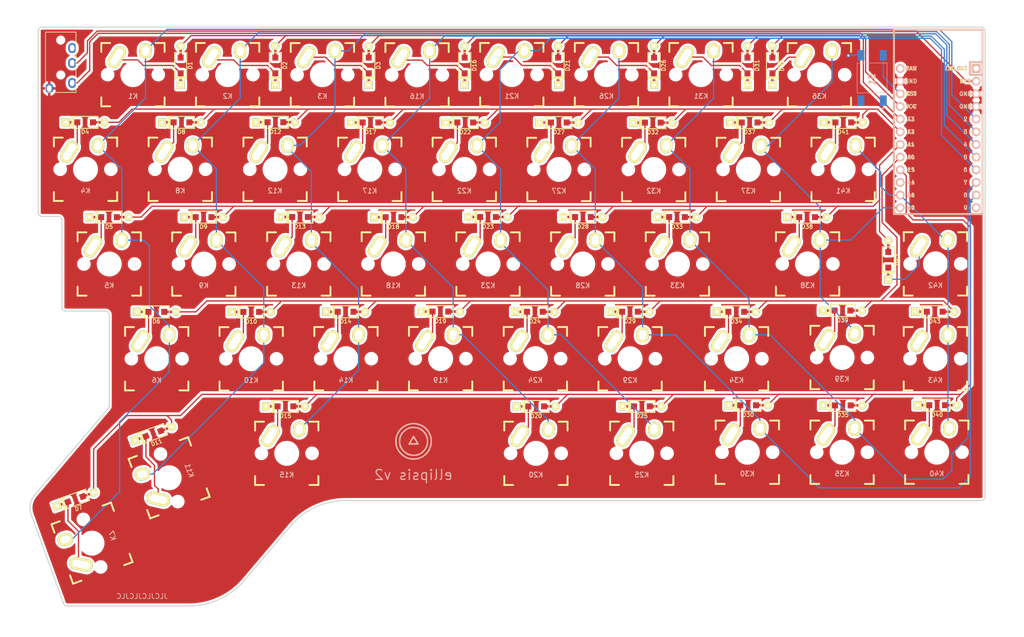
<source format=kicad_pcb>
(kicad_pcb (version 20211014) (generator pcbnew)
  (layers (0 "F.Cu" signal) (31 "B.Cu" signal) (34 "B.Paste" user) (35 "F.Paste" user) (36 "B.SilkS" user "B.Silkscreen") (37 "F.SilkS" user "F.Silkscreen") (38 "B.Mask" user) (39 "F.Mask" user) (44 "Edge.Cuts" user))
  (net 0 "")
  (net 1 "/row0")
  (net 2 "Net-(D1-Pad1)")
  (net 3 "Net-(D2-Pad1)")
  (net 4 "Net-(D3-Pad1)")
  (net 5 "/row1")
  (net 6 "Net-(D4-Pad1)")
  (net 7 "/row2")
  (net 8 "Net-(D5-Pad1)")
  (net 9 "/row3")
  (net 10 "Net-(D6-Pad1)")
  (net 11 "/row4")
  (net 12 "Net-(D7-Pad1)")
  (net 13 "Net-(D8-Pad1)")
  (net 14 "Net-(D9-Pad1)")
  (net 15 "Net-(D10-Pad1)")
  (net 16 "Net-(D11-Pad1)")
  (net 17 "Net-(D12-Pad1)")
  (net 18 "Net-(D13-Pad1)")
  (net 19 "Net-(D14-Pad1)")
  (net 20 "Net-(D15-Pad1)")
  (net 21 "Net-(D16-Pad1)")
  (net 22 "Net-(D17-Pad1)")
  (net 23 "Net-(D18-Pad1)")
  (net 24 "Net-(D19-Pad1)")
  (net 25 "Net-(D20-Pad1)")
  (net 26 "Net-(D21-Pad1)")
  (net 27 "Net-(D22-Pad1)")
  (net 28 "Net-(D23-Pad1)")
  (net 29 "Net-(D24-Pad1)")
  (net 30 "Net-(D25-Pad1)")
  (net 31 "Net-(D26-Pad1)")
  (net 32 "Net-(D27-Pad1)")
  (net 33 "Net-(D28-Pad1)")
  (net 34 "Net-(D29-Pad1)")
  (net 35 "Net-(D30-Pad1)")
  (net 36 "Net-(D31-Pad1)")
  (net 37 "Net-(D32-Pad1)")
  (net 38 "Net-(D33-Pad1)")
  (net 39 "Net-(D34-Pad1)")
  (net 40 "Net-(D35-Pad1)")
  (net 41 "Net-(D36-Pad1)")
  (net 42 "Net-(D37-Pad1)")
  (net 43 "Net-(D38-Pad1)")
  (net 44 "Net-(D39-Pad1)")
  (net 45 "Net-(D41-Pad1)")
  (net 46 "/col0")
  (net 47 "/col1")
  (net 48 "/col2")
  (net 49 "/col3")
  (net 50 "/col4")
  (net 51 "/col5")
  (net 52 "/col6")
  (net 53 "/col7")
  (net 54 "/col8")
  (net 56 "/RST")
  (net 58 "GND")
  (net 59 "/serial")
  (net 60 "Net-(D42-Pad1)")
  (net 61 "Net-(D43-Pad1)")
  (net 62 "VCC")
  (net 67 "Net-(K40-Pad1)")
  (footprint "keyboard_parts:D_SOD123_axial" (layer "F.Cu") (at 54.75 32.5 90)
    (fp_text reference "D1")
    (fp_text value "D_GRV" hide)
  )
  (footprint "keyboard_parts:D_SOD123_axial" (layer "F.Cu") (at 73.75 32.5 90)
    (fp_text reference "D2")
    (fp_text value "D_7" hide)
  )
  (footprint "keyboard_parts:D_SOD123_axial" (layer "F.Cu") (at 92.5 32.5 90)
    (fp_text reference "D3")
    (fp_text value "D_8" hide)
  )
  (footprint "keyboard_parts:D_SOD123_axial" (layer "F.Cu") (at 35.58 43.91)
    (fp_text reference "D4")
    (fp_text value "D_CR1" hide)
  )
  (footprint "keyboard_parts:D_SOD123_axial" (layer "F.Cu") (at 40.38 62.93)
    (fp_text reference "D5")
    (fp_text value "D_CR2" hide)
  )
  (footprint "keyboard_parts:D_SOD123_axial" (layer "F.Cu") (at 49.88 81.94)
    (fp_text reference "D6")
    (fp_text value "D_CR3" hide)
  )
  (footprint "keyboard_parts:D_SOD123_axial" (layer "F.Cu") (at 33.62 119.54 20)
    (fp_text reference "D7")
    (fp_text value "D_TR1" hide)
  )
  (footprint "keyboard_parts:D_SOD123_axial" (layer "F.Cu") (at 54.92 43.91)
    (fp_text reference "D8")
    (fp_text value "D_Y" hide)
  )
  (footprint "keyboard_parts:D_SOD123_axial" (layer "F.Cu") (at 59.35 62.93)
    (fp_text reference "D9")
    (fp_text value "D_H" hide)
  )
  (footprint "keyboard_parts:D_SOD123_axial" (layer "F.Cu") (at 68.92 81.96)
    (fp_text reference "D10")
    (fp_text value "D_N" hide)
  )
  (footprint "keyboard_parts:D_SOD123_axial" (layer "F.Cu") (at 49.27 106.37 20)
    (fp_text reference "D11")
    (fp_text value "D_TR2" hide)
  )
  (footprint "keyboard_parts:D_SOD123_axial" (layer "F.Cu") (at 73.77 43.89)
    (fp_text reference "D12")
    (fp_text value "D_U" hide)
  )
  (footprint "keyboard_parts:D_SOD123_axial" (layer "F.Cu") (at 78.7 62.9)
    (fp_text reference "D13")
    (fp_text value "D_J" hide)
  )
  (footprint "keyboard_parts:D_SOD123_axial" (layer "F.Cu") (at 87.85 81.93)
    (fp_text reference "D14")
    (fp_text value "D_M" hide)
  )
  (footprint "keyboard_parts:D_SOD123_axial" (layer "F.Cu") (at 75.785 100.9)
    (fp_text reference "D15")
    (fp_text value "D_TR3" hide)
  )
  (footprint "keyboard_parts:D_SOD123_axial" (layer "F.Cu") (at 111.75 32.5 90)
    (fp_text reference "D16")
    (fp_text value "D_9" hide)
  )
  (footprint "keyboard_parts:D_SOD123_axial" (layer "F.Cu") (at 92.85 43.94)
    (fp_text reference "D17")
    (fp_text value "D_I" hide)
  )
  (footprint "keyboard_parts:D_SOD123_axial" (layer "F.Cu") (at 97.47 62.94)
    (fp_text reference "D18")
    (fp_text value "D_K" hide)
  )
  (footprint "keyboard_parts:D_SOD123_axial" (layer "F.Cu") (at 106.88 81.88)
    (fp_text reference "D19")
    (fp_text value "D_COMM" hide)
  )
  (footprint "keyboard_parts:D_SOD123_axial" (layer "F.Cu") (at 126.1 100.91)
    (fp_text reference "D20")
    (fp_text value "D_FN" hide)
  )
  (footprint "keyboard_parts:D_SOD123_axial" (layer "F.Cu") (at 130.5 32.5 90)
    (fp_text reference "D21")
    (fp_text value "D_0" hide)
  )
  (footprint "keyboard_parts:D_SOD123_axial" (layer "F.Cu") (at 111.86 43.94)
    (fp_text reference "D22")
    (fp_text value "D_O" hide)
  )
  (footprint "keyboard_parts:D_SOD123_axial" (layer "F.Cu") (at 116.43 62.91)
    (fp_text reference "D23")
    (fp_text value "D_L" hide)
  )
  (footprint "keyboard_parts:D_SOD123_axial" (layer "F.Cu") (at 125.84 81.93)
    (fp_text reference "D24")
    (fp_text value "D_PER" hide)
  )
  (footprint "keyboard_parts:D_SOD123_axial" (layer "F.Cu") (at 147.31 100.9)
    (fp_text reference "D25")
    (fp_text value "D_RCTL" hide)
  )
  (footprint "keyboard_parts:D_SOD123_axial" (layer "F.Cu") (at 149.75 32.5 90)
    (fp_text reference "D26")
    (fp_text value "D_MIN" hide)
  )
  (footprint "keyboard_parts:D_SOD123_axial" (layer "F.Cu") (at 130.64 43.95)
    (fp_text reference "D27")
    (fp_text value "D_P" hide)
  )
  (footprint "keyboard_parts:D_SOD123_axial" (layer "F.Cu") (at 135.48 62.91)
    (fp_text reference "D28")
    (fp_text value "D_COLN" hide)
  )
  (footprint "keyboard_parts:D_SOD123_axial" (layer "F.Cu") (at 144.92 81.91)
    (fp_text reference "D29")
    (fp_text value "D_SLSH" hide)
  )
  (footprint "keyboard_parts:D_SOD123_axial" (layer "F.Cu") (at 168.63 100.69)
    (fp_text reference "D30")
    (fp_text value "D_LEFT" hide)
  )
  (footprint "keyboard_parts:D_SOD123_axial" (layer "F.Cu") (at 168.5 32.5 90)
    (fp_text reference "D31")
    (fp_text value "D_PLS" hide)
  )
  (footprint "keyboard_parts:D_SOD123_axial" (layer "F.Cu") (at 149.5 43.97)
    (fp_text reference "D32")
    (fp_text value "D_LBR" hide)
  )
  (footprint "keyboard_parts:D_SOD123_axial" (layer "F.Cu") (at 154.36 62.92)
    (fp_text reference "D33")
    (fp_text value "D_QUOT" hide)
  )
  (footprint "keyboard_parts:D_SOD123_axial" (layer "F.Cu") (at 166.26 81.93)
    (fp_text reference "D34")
    (fp_text value "D_RSFT" hide)
  )
  (footprint "keyboard_parts:D_SOD123_axial" (layer "F.Cu") (at 187.63 100.71)
    (fp_text reference "D35")
    (fp_text value "D_DOWN" hide)
  )
  (footprint "keyboard_parts:D_SOD123_axial" (layer "F.Cu") (at 173.5 32.5 90)
    (fp_text reference "D36")
    (fp_text value "D_BSPC" hide)
  )
  (footprint "keyboard_parts:D_SOD123_axial" (layer "F.Cu") (at 168.93 43.94)
    (fp_text reference "D37")
    (fp_text value "D_RBR" hide)
  )
  (footprint "keyboard_parts:D_SOD123_axial" (layer "F.Cu") (at 180.46 62.93)
    (fp_text reference "D38")
    (fp_text value "D_ENT" hide)
  )
  (footprint "keyboard_parts:D_SOD123_axial" (layer "F.Cu") (at 187.57 81.68)
    (fp_text reference "D39")
    (fp_text value "D_UP" hide)
  )
  (footprint "keyboard_parts:D_SOD123_axial" (layer "F.Cu") (at 206.56 100.67)
    (fp_text reference "D40")
    (fp_text value "D_RGHT" hide)
  )
  (footprint "keyboard_parts:D_SOD123_axial" (layer "F.Cu") (at 187.73 43.93)
    (fp_text reference "D41")
    (fp_text value "D_BSLS" hide)
  )
  (footprint "keebs:Mx_Alps_100" (layer "F.Cu") (at 64.18 34.34)
    (fp_text reference "K2")
    (fp_text value "KEY_7" hide)
  )
  (footprint "keebs:Mx_Alps_100" (layer "F.Cu") (at 83.2 34.36)
    (fp_text reference "K3")
    (fp_text value "KEY_8" hide)
  )
  (footprint "keebs:Mx_Alps_100" (layer "F.Cu") (at 35.66 53.33)
    (fp_text reference "K4")
    (fp_text value "KEY_CR1" hide)
  )
  (footprint "keebs:Mx_Alps_100" (layer "F.Cu") (at 40.42 72.34)
    (fp_text reference "K5")
    (fp_text value "KEY_CR2" hide)
  )
  (footprint "keebs:Mx_Alps_100" (layer "F.Cu") (at 49.95 91.35)
    (fp_text reference "K6")
    (fp_text value "KEY_CR3" hide)
  )
  (footprint "keebs:Mx_Alps_100" (layer "F.Cu") (at 36.96 128.36 110)
    (fp_text reference "K7")
    (fp_text value "KEY_TR1" hide)
  )
  (footprint "keebs:Mx_Alps_100" (layer "F.Cu") (at 54.68 53.33)
    (fp_text reference "K8")
    (fp_text value "KEY_Y" hide)
  )
  (footprint "keebs:Mx_Alps_100" (layer "F.Cu") (at 59.4 72.35)
    (fp_text reference "K9")
    (fp_text value "KEY_H" hide)
  )
  (footprint "keebs:Mx_Alps_100" (layer "F.Cu") (at 68.91 91.36)
    (fp_text reference "K10")
    (fp_text value "KEY_N" hide)
  )
  (footprint "keebs:Mx_Alps_100" (layer "F.Cu") (at 73.7 53.33)
    (fp_text reference "K12")
    (fp_text value "KEY_U" hide)
  )
  (footprint "keebs:Mx_Alps_100" (layer "F.Cu") (at 78.46 72.33)
    (fp_text reference "K13")
    (fp_text value "KEY_J" hide)
  )
  (footprint "keebs:Mx_Alps_100" (layer "F.Cu") (at 87.93 91.34)
    (fp_text reference "K14")
    (fp_text value "KEY_M" hide)
  )
  (footprint "keebs:Mx_Alps_125" (layer "F.Cu") (at 76.04 110.33)
    (fp_text reference "K15")
    (fp_text value "KEY_TR3" hide)
  )
  (footprint "keebs:Mx_Alps_100" (layer "F.Cu") (at 102.19 34.38)
    (fp_text reference "K16")
    (fp_text value "KEY_9" hide)
  )
  (footprint "keebs:Mx_Alps_100" (layer "F.Cu") (at 92.71 53.34)
    (fp_text reference "K17")
    (fp_text value "KEY_I" hide)
  )
  (footprint "keebs:Mx_Alps_100" (layer "F.Cu") (at 97.43 72.33)
    (fp_text reference "K18")
    (fp_text value "KEY_K" hide)
  )
  (footprint "keebs:Mx_Alps_100" (layer "F.Cu") (at 106.92 91.33)
    (fp_text reference "K19")
    (fp_text value "KEY_COMM" hide)
  )
  (footprint "keebs:Mx_Alps_100" (layer "F.Cu") (at 121.2 34.33)
    (fp_text reference "K21")
    (fp_text value "KEY_0" hide)
  )
  (footprint "keebs:Mx_Alps_100" (layer "F.Cu") (at 111.67 53.35)
    (fp_text reference "K22")
    (fp_text value "KEY_O" hide)
  )
  (footprint "keebs:Mx_Alps_100" (layer "F.Cu") (at 116.43 72.34)
    (fp_text reference "K23")
    (fp_text value "KEY_L" hide)
  )
  (footprint "keebs:Mx_Alps_100" (layer "F.Cu") (at 125.93 91.33)
    (fp_text reference "K24")
    (fp_text value "KEY_PER" hide)
  )
  (footprint "keebs:Mx_Alps_125" (layer "F.Cu") (at 147.28 110.32)
    (fp_text reference "K25")
    (fp_text value "KEY_RCTL" hide)
  )
  (footprint "keebs:Mx_Alps_100" (layer "F.Cu") (at 140.2 34.34)
    (fp_text reference "K26")
    (fp_text value "KEY_MIN" hide)
  )
  (footprint "keebs:Mx_Alps_100" (layer "F.Cu") (at 130.67 53.36)
    (fp_text reference "K27")
    (fp_text value "KEY_P" hide)
  )
  (footprint "keebs:Mx_Alps_100" (layer "F.Cu") (at 135.44 72.34)
    (fp_text reference "K28")
    (fp_text value "KEY_COLN" hide)
  )
  (footprint "keebs:Mx_Alps_100" (layer "F.Cu") (at 144.94 91.35)
    (fp_text reference "K29")
    (fp_text value "KEY_SLSH" hide)
  )
  (footprint "keebs:Mx_Alps_100" (layer "F.Cu") (at 168.47 110.11)
    (fp_text reference "K30")
    (fp_text value "KEY_LEFT" hide)
  )
  (footprint "keebs:Mx_Alps_100" (layer "F.Cu") (at 159.175 34.34)
    (fp_text reference "K31")
    (fp_text value "KEY_PLS" hide)
  )
  (footprint "keebs:Mx_Alps_100" (layer "F.Cu") (at 149.68 53.37)
    (fp_text reference "K32")
    (fp_text value "KEY_LBR" hide)
  )
  (footprint "keebs:Mx_Alps_100" (layer "F.Cu") (at 154.44 72.34)
    (fp_text reference "K33")
    (fp_text value "KEY_QUOT" hide)
  )
  (footprint "keebs:Mx_Alps_125" (layer "F.Cu") (at 166.31 91.35)
    (fp_text reference "K34")
    (fp_text value "KEY_RSFT" hide)
  )
  (footprint "keebs:Mx_Alps_100" (layer "F.Cu") (at 187.48 110.11)
    (fp_text reference "K35")
    (fp_text value "KEY_DOWN" hide)
  )
  (footprint "keebs:Mx_Alps_150" (layer "F.Cu") (at 182.93 34.36)
    (fp_text reference "K36")
    (fp_text value "KEY_BSPC" hide)
  )
  (footprint "keebs:Mx_Alps_100" (layer "F.Cu") (at 168.68 53.36)
    (fp_text reference "K37")
    (fp_text value "KEY_RBR" hide)
  )
  (footprint "keebs:Mx_Alps_175" (layer "F.Cu") (at 180.56 72.32)
    (fp_text reference "K38")
    (fp_text value "KEY_ENT" hide)
  )
  (footprint "keebs:Mx_Alps_100" (layer "F.Cu") (at 206.48 110.1)
    (fp_text reference "K40")
    (fp_text value "KEY_RGHT" hide)
  )
  (footprint "keebs:Mx_Alps_100" (layer "F.Cu") (at 187.69 53.34)
    (fp_text reference "K41")
    (fp_text value "KEY_BSLS" hide)
  )
  (footprint "keebio:TRRS-PJ-320A" (layer "F.Cu") (at 30.69 25.81)
    (fp_text reference "U1")
    (fp_text value "TRRS")
  )
  (footprint "keebs:Mx_Alps_125" (layer "F.Cu") (at 126.04 110.33)
    (fp_text reference "K20")
    (fp_text value "KEY_FN" hide)
  )
  (footprint "keebs:Mx_Alps_100" (layer "F.Cu") (at 45.18 34.34)
    (fp_text reference "K1")
    (fp_text value "KEY_GRV" hide)
  )
  (footprint "keebs:Mx_Alps_125" (layer "F.Cu") (at 52.44 115.24 110)
    (fp_text reference "K11")
    (fp_text value "KEY_TR2" hide)
  )
  (footprint "keyboard_parts:D_SOD123_axial" (layer "F.Cu") (at 196.75 71.5 90)
    (fp_text reference "D42")
    (fp_text value "D_RR1" hide)
  )
  (footprint "keyboard_parts:D_SOD123_axial" (layer "F.Cu") (at 206.08 81.91)
    (fp_text reference "D43")
    (fp_text value "D_RR2" hide)
  )
  (footprint "keebs:Mx_Alps_100" (layer "F.Cu") (at 206.21 72.31)
    (fp_text reference "K42")
    (fp_text value "KEY_RR1" hide)
  )
  (footprint "keebs:Mx_Alps_100" (layer "F.Cu") (at 187.48 91.1)
    (fp_text reference "K39")
    (fp_text value "KEY_UP" hide)
  )
  (footprint "keebs:Mx_Alps_100" (layer "F.Cu") (at 206.2 91.34)
    (fp_text reference "K43")
    (fp_text value "KEY_RR2" hide)
  )
  (footprint "keebio:ArduinoProMicro-USBC-Alibaba" (layer "B.Cu") (at 206.77 47.08475 -90)
    (fp_text reference "U2" hide)
    (fp_text value "ProMicro USBC" hide)
  )
  (footprint "mouser:LL3301NF065QG" (layer "B.Cu") (at 193.5 35 90)
    (fp_text reference "S1")
    (fp_text value "RST_SW" hide)
  )
  (footprint "graphics:emblem_with_version" (layer "B.Cu") (at 101.5 108.25 180)
    (fp_text reference "G***" hide)
    (fp_text value "LOGO" hide)
  )
  (gr_line (start 31.956 140.954) (end 56.451 140.954) (layer "Edge.Cuts") (width 0.2))
  (gr_line (start 40.42 100.8) (end 40.42 82.55) (layer "Edge.Cuts") (width 0.2))
  (gr_arc (start 26.17 25.55) (mid 26.38967 25.01967) (end 26.92 24.8) (layer "Edge.Cuts") (width 0.2))
  (gr_line (start 215.42 119.8) (end 87.92 119.8) (layer "Edge.Cuts") (width 0.2))
  (gr_arc (start 31.956 140.954) (mid 31.525818 140.818364) (end 31.251231 140.460515) (layer "Edge.Cuts") (width 0.2))
  (gr_line (start 31.251231 140.460515) (end 24.752914 122.606457) (layer "Edge.Cuts") (width 0.2))
  (gr_line (start 25.456984 118.684761) (end 40.241526 101.285652) (layer "Edge.Cuts") (width 0.2))
  (gr_line (start 216.17 25.55) (end 216.17 119.05) (layer "Edge.Cuts") (width 0.2))
  (gr_arc (start 31.67 81.8) (mid 31.13967 81.58033) (end 30.92 81.05) (layer "Edge.Cuts") (width 0.2))
  (gr_line (start 30.17 62.8) (end 26.92 62.8) (layer "Edge.Cuts") (width 0.2))
  (gr_arc (start 30.17 62.8) (mid 30.70033 63.01967) (end 30.92 63.55) (layer "Edge.Cuts") (width 0.2))
  (gr_line (start 30.92 81.05) (end 30.92 63.55) (layer "Edge.Cuts") (width 0.2))
  (gr_arc (start 215.42 24.8) (mid 215.95033 25.01967) (end 216.17 25.55) (layer "Edge.Cuts") (width 0.2))
  (gr_arc (start 216.17 119.05) (mid 215.95033 119.58033) (end 215.42 119.8) (layer "Edge.Cuts") (width 0.2))
  (gr_line (start 215.42 24.8) (end 26.92 24.8) (layer "Edge.Cuts") (width 0.2))
  (gr_arc (start 67.566876 135.812676) (mid 62.574662 139.606496) (end 56.451 140.9541) (layer "Edge.Cuts") (width 0.2))
  (gr_arc (start 39.67 81.8) (mid 40.20033 82.01967) (end 40.42 82.55) (layer "Edge.Cuts") (width 0.2))
  (gr_line (start 67.566876 135.812676) (end 76.804108 124.941344) (layer "Edge.Cuts") (width 0.2))
  (gr_line (start 39.67 81.8) (end 31.67 81.8) (layer "Edge.Cuts") (width 0.2))
  (gr_line (start 26.17 25.55) (end 26.17 62.05) (layer "Edge.Cuts") (width 0.2))
  (gr_arc (start 40.42 100.8) (mid 40.373969 101.058704) (end 40.241526 101.285652) (layer "Edge.Cuts") (width 0.2))
  (gr_arc (start 24.752914 122.606457) (mid 24.576275 120.550695) (end 25.456984 118.684761) (layer "Edge.Cuts") (width 0.2))
  (gr_arc (start 26.92 62.8) (mid 26.38967 62.58033) (end 26.17 62.05) (layer "Edge.Cuts") (width 0.2))
  (gr_arc (start 76.804108 124.941344) (mid 81.796327 121.14751) (end 87.92 119.7999) (layer "Edge.Cuts") (width 0.2))
  (gr_text "JLCJLCJLCJLC" (at 47 139) (layer "B.SilkS") (effects (font (size 1 1)) (justify mirror)))
  (segment (start 130.5 28.6) (end 132.6 26.5) (width 0.25) (layer "F.Cu") (net 1))
  (segment (start 199.15 43.27475) (end 191.75 35.87475) (width 0.25) (layer "F.Cu") (net 1))
  (segment (start 94.6 26.5) (end 95 26.5) (width 0.25) (layer "F.Cu") (net 1))
  (segment (start 175.5 26.6) (end 175.5 26.5) (width 0.25) (layer "F.Cu") (net 1))
  (segment (start 76.25 26.5) (end 56.85 26.5) (width 0.25) (layer "F.Cu") (net 1))
  (segment (start 191.75 27.25) (end 191 26.5) (width 0.25) (layer "F.Cu") (net 1))
  (segment (start 132.75 26.5) (end 114 26.5) (width 0.25) (layer "F.Cu") (net 1))
  (segment (start 113.85 26.5) (end 114 26.5) (width 0.25) (layer "F.Cu") (net 1))
  (segment (start 132.6 26.5) (end 132.75 26.5) (width 0.25) (layer "F.Cu") (net 1))
  (segment (start 149.75 28.6) (end 151.75 26.6) (width 0.25) (layer "F.Cu") (net 1))
  (segment (start 114 26.5) (end 95 26.5) (width 0.25) (layer "F.Cu") (net 1))
  (segment (start 95 26.5) (end 76.25 26.5) (width 0.25) (layer "F.Cu") (net 1))
  (segment (start 175.5 26.5) (end 170.5 26.5) (width 0.25) (layer "F.Cu") (net 1))
  (segment (start 75.85 26.5) (end 76.25 26.5) (width 0.25) (layer "F.Cu") (net 1))
  (segment (start 173.5 28.6) (end 175.5 26.6) (width 0.25) (layer "F.Cu") (net 1))
  (segment (start 111.75 28.6) (end 113.85 26.5) (width 0.25) (layer "F.Cu") (net 1))
  (segment (start 56.85 26.5) (end 54.75 28.6) (width 0.25) (layer "F.Cu") (net 1))
  (segment (start 168.5 28.6) (end 170.5 26.6) (width 0.25) (layer "F.Cu") (net 1))
  (segment (start 191.75 35.87475) (end 191.75 27.25) (width 0.25) (layer "F.Cu") (net 1))
  (segment (start 151.75 26.5) (end 132.75 26.5) (width 0.25) (layer "F.Cu") (net 1))
  (segment (start 191 26.5) (end 175.5 26.5) (width 0.25) (layer "F.Cu") (net 1))
  (segment (start 170.5 26.5) (end 151.75 26.5) (width 0.25) (layer "F.Cu") (net 1))
  (segment (start 73.75 28.6) (end 75.85 26.5) (width 0.25) (layer "F.Cu") (net 1))
  (segment (start 151.75 26.6) (end 151.75 26.5) (width 0.25) (layer "F.Cu") (net 1))
  (segment (start 170.5 26.6) (end 170.5 26.5) (width 0.25) (layer "F.Cu") (net 1))
  (segment (start 92.5 28.6) (end 94.6 26.5) (width 0.25) (layer "F.Cu") (net 1))
  (segment (start 47.25 32.5) (end 53.175 32.5) (width 0.25) (layer "F.Cu") (net 2))
  (segment (start 41.925 30.82) (end 42.485505 31.380505) (width 0.25) (layer "F.Cu") (net 2))
  (segment (start 42.485505 31.380505) (end 46.130505 31.380505) (width 0.25) (layer "F.Cu") (net 2))
  (segment (start 46.130505 31.380505) (end 47.25 32.5) (width 0.25) (layer "F.Cu") (net 2))
  (segment (start 53.175 32.5) (end 54.75 34.075) (width 0.25) (layer "F.Cu") (net 2))
  (segment (start 72.175 32.5) (end 73.75 34.075) (width 0.25) (layer "F.Cu") (net 3))
  (segment (start 65.380505 31.380505) (end 66.5 32.5) (width 0.25) (layer "F.Cu") (net 3))
  (segment (start 60.925 30.82) (end 61.485505 31.380505) (width 0.25) (layer "F.Cu") (net 3))
  (segment (start 61.485505 31.380505) (end 65.380505 31.380505) (width 0.25) (layer "F.Cu") (net 3))
  (segment (start 66.5 32.5) (end 72.175 32.5) (width 0.25) (layer "F.Cu") (net 3))
  (segment (start 83.84 30.84) (end 85.5 32.5) (width 0.25) (layer "F.Cu") (net 4))
  (segment (start 79.945 30.84) (end 83.84 30.84) (width 0.25) (layer "F.Cu") (net 4))
  (segment (start 85.5 32.5) (end 90.925 32.5) (width 0.25) (layer "F.Cu") (net 4))
  (segment (start 90.925 32.5) (end 92.5 34.075) (width 0.25) (layer "F.Cu") (net 4))
  (segment (start 42.34 43.91) (end 39.48 43.91) (width 0.25) (layer "F.Cu") (net 5))
  (segment (start 100 41.25) (end 80.75 41.25) (width 0.25) (layer "F.Cu") (net 5))
  (segment (start 99.44 41.25) (end 100 41.25) (width 0.25) (layer "F.Cu") (net 5))
  (segment (start 118.75 41.25) (end 100 41.25) (width 0.25) (layer "F.Cu") (net 5))
  (segment (start 134.54 43.95) (end 137.24 41.25) (width 0.25) (layer "F.Cu") (net 5))
  (segment (start 175.52 41.25) (end 176 41.25) (width 0.25) (layer "F.Cu") (net 5))
  (segment (start 80.31 41.25) (end 80.75 41.25) (width 0.25) (layer "F.Cu") (net 5))
  (segment (start 191.63 43.93) (end 191.63 42.37) (width 0.25) (layer "F.Cu") (net 5))
  (segment (start 172.83 43.94) (end 175.52 41.25) (width 0.25) (layer "F.Cu") (net 5))
  (segment (start 45 41.25) (end 42.34 43.91) (width 0.25) (layer "F.Cu") (net 5))
  (segment (start 61.48 41.25) (end 61.75 41.25) (width 0.25) (layer "F.Cu") (net 5))
  (segment (start 194.58525 41.25) (end 192.75 41.25) (width 0.25) (layer "F.Cu") (net 5))
  (segment (start 118.45 41.25) (end 118.75 41.25) (width 0.25) (layer "F.Cu") (net 5))
  (segment (start 58.82 43.91) (end 61.48 41.25) (width 0.25) (layer "F.Cu") (net 5))
  (segment (start 96.75 43.94) (end 99.44 41.25) (width 0.25) (layer "F.Cu") (net 5))
  (segment (start 137.24 41.25) (end 138 41.25) (width 0.25) (layer "F.Cu") (net 5))
  (segment (start 61.75 41.25) (end 45 41.25) (width 0.25) (layer "F.Cu") (net 5))
  (segment (start 191.63 42.37) (end 192.75 41.25) (width 0.25) (layer "F.Cu") (net 5))
  (segment (start 138 41.25) (end 118.75 41.25) (width 0.25) (layer "F.Cu") (net 5))
  (segment (start 192.75 41.25) (end 176 41.25) (width 0.25) (layer "F.Cu") (net 5))
  (segment (start 199.15 45.81475) (end 194.58525 41.25) (width 0.25) (layer "F.Cu") (net 5))
  (segment (start 156 41.37) (end 156 41.25) (width 0.25) (layer "F.Cu") (net 5))
  (segment (start 153.4 43.97) (end 156 41.37) (width 0.25) (layer "F.Cu") (net 5))
  (segment (start 176 41.25) (end 156 41.25) (width 0.25) (layer "F.Cu") (net 5))
  (segment (start 156 41.25) (end 138 41.25) (width 0.25) (layer "F.Cu") (net 5))
  (segment (start 77.67 43.89) (end 80.31 41.25) (width 0.25) (layer "F.Cu") (net 5))
  (segment (start 115.76 43.94) (end 118.45 41.25) (width 0.25) (layer "F.Cu") (net 5))
  (segment (start 80.75 41.25) (end 61.75 41.25) (width 0.25) (layer "F.Cu") (net 5))
  (segment (start 34.005 48.21) (end 32.405 49.81) (width 0.25) (layer "F.Cu") (net 6))
  (segment (start 34.005 43.91) (end 34.005 48.21) (width 0.25) (layer "F.Cu") (net 6))
  (segment (start 103.5 60.75) (end 84.75 60.75) (width 0.25) (layer "F.Cu") (net 7))
  (segment (start 65.5 60.75) (end 49 60.75) (width 0.25) (layer "F.Cu") (net 7))
  (segment (start 49 60.75) (end 46.82 62.93) (width 0.25) (layer "F.Cu") (net 7))
  (segment (start 84.75 60.75) (end 65.5 60.75) (width 0.25) (layer "F.Cu") (net 7))
  (segment (start 195 65.85) (end 195 59.25) (width 0.25) (layer "F.Cu") (net 7))
  (segment (start 195 59.5) (end 193.75 60.75) (width 0.25) (layer "F.Cu") (net 7))
  (segment (start 122.75 60.75) (end 103.5 60.75) (width 0.25) (layer "F.Cu") (net 7))
  (segment (start 101.37 62.94) (end 103.5 60.81) (width 0.25) (layer "F.Cu") (net 7))
  (segment (start 187 60.75) (end 160.25 60.75) (width 0.25) (layer "F.Cu") (net 7))
  (segment (start 65.43 60.75) (end 65.5 60.75) (width 0.25) (layer "F.Cu") (net 7))
  (segment (start 195 52.50475) (end 195 59.25) (width 0.25) (layer "F.Cu") (net 7))
  (segment (start 195 59.25) (end 195 59.5) (width 0.25) (layer "F.Cu") (net 7))
  (segment (start 184.36 62.93) (end 186.54 60.75) (width 0.25) (layer "F.Cu") (net 7))
  (segment (start 139.38 62.91) (end 141.5 60.79) (width 0.25) (layer "F.Cu") (net 7))
  (segment (start 141.5 60.79) (end 141.5 60.75) (width 0.25) (layer "F.Cu") (net 7))
  (segment (start 193.75 60.75) (end 187 60.75) (width 0.25) (layer "F.Cu") (net 7))
  (segment (start 63.25 62.93) (end 65.43 60.75) (width 0.25) (layer "F.Cu") (net 7))
  (segment (start 141.5 60.75) (end 122.75 60.75) (width 0.25) (layer "F.Cu") (net 7))
  (segment (start 122.49 60.75) (end 122.75 60.75) (width 0.25) (layer "F.Cu") (net 7))
  (segment (start 186.54 60.75) (end 187 60.75) (width 0.25) (layer "F.Cu") (net 7))
  (segment (start 120.33 62.91) (end 122.49 60.75) (width 0.25) (layer "F.Cu") (net 7))
  (segment (start 160.25 60.75) (end 141.5 60.75) (width 0.25) (layer "F.Cu") (net 7))
  (segment (start 46.82 62.93) (end 44.28 62.93) (width 0.25) (layer "F.Cu") (net 7))
  (segment (start 196.75 67.6) (end 195 65.85) (width 0.25) (layer "F.Cu") (net 7))
  (segment (start 158.26 62.92) (end 160.25 60.93) (width 0.25) (layer "F.Cu") (net 7))
  (segment (start 82.6 62.9) (end 84.75 60.75) (width 0.25) (layer "F.Cu") (net 7))
  (segment (start 160.25 60.93) (end 160.25 60.75) (width 0.25) (layer "F.Cu") (net 7))
  (segment (start 199.15 48.35475) (end 195 52.50475) (width 0.25) (layer "F.Cu") (net 7))
  (segment (start 103.5 60.81) (end 103.5 60.75) (width 0.25) (layer "F.Cu") (net 7))
  (segment (start 38.805 62.93) (end 38.805 67.18) (width 0.25) (layer "F.Cu") (net 8))
  (segment (start 38.805 67.18) (end 37.165 68.82) (width 0.25) (layer "F.Cu") (net 8))
  (segment (start 195.5 54.54475) (end 195.5 64) (width 0.25) (layer "F.Cu") (net 9))
  (segment (start 131.75 79.75) (end 113.5 79.75) (width 0.25) (layer "F.Cu") (net 9))
  (segment (start 131.75 79.92) (end 131.75 79.75) (width 0.25) (layer "F.Cu") (net 9))
  (segment (start 91.75 81.93) (end 93.75 79.93) (width 0.25) (layer "F.Cu") (net 9))
  (segment (start 113.5 79.75) (end 93.75 79.75) (width 0.25) (layer "F.Cu") (net 9))
  (segment (start 195.25 79.75) (end 193.25 79.75) (width 0.25) (layer "F.Cu") (net 9))
  (segment (start 172.34 79.75) (end 172.5 79.75) (width 0.25) (layer "F.Cu") (net 9))
  (segment (start 195.5 64) (end 198.5 67) (width 0.25) (layer "F.Cu") (net 9))
  (segment (start 195.25 79.75) (end 207.82 79.75) (width 0.25) (layer "F.Cu") (net 9))
  (segment (start 57.81 81.94) (end 53.78 81.94) (width 0.25) (layer "F.Cu") (net 9))
  (segment (start 148.82 81.91) (end 150.98 79.75) (width 0.25) (layer "F.Cu") (net 9))
  (segment (start 199.15 50.89475) (end 195.5 54.54475) (width 0.25) (layer "F.Cu") (net 9))
  (segment (start 150.98 79.75) (end 151 79.75) (width 0.25) (layer "F.Cu") (net 9))
  (segment (start 170.16 81.93) (end 172.34 79.75) (width 0.25) (layer "F.Cu") (net 9))
  (segment (start 207.82 79.75) (end 209.98 81.91) (width 0.25) (layer "F.Cu") (net 9))
  (segment (start 193.25 79.9) (end 193.25 79.75) (width 0.25) (layer "F.Cu") (net 9))
  (segment (start 72.82 81.96) (end 74.75 80.03) (width 0.25) (layer "F.Cu") (net 9))
  (segment (start 74.75 80.03) (end 74.75 79.75) (width 0.25) (layer "F.Cu") (net 9))
  (segment (start 93.75 79.93) (end 93.75 79.75) (width 0.25) (layer "F.Cu") (net 9))
  (segment (start 110.78 81.88) (end 112.91 79.75) (width 0.25) (layer "F.Cu") (net 9))
  (segment (start 74.75 79.75) (end 60 79.75) (width 0.25) (layer "F.Cu") (net 9))
  (segment (start 112.91 79.75) (end 113.5 79.75) (width 0.25) (layer "F.Cu") (net 9))
  (segment (start 151 79.75) (end 131.75 79.75) (width 0.25) (layer "F.Cu") (net 9))
  (segment (start 93.75 79.75) (end 74.75 79.75) (width 0.25) (layer "F.Cu") (net 9))
  (segment (start 191.47 81.68) (end 193.25 79.9) (width 0.25) (layer "F.Cu") (net 9))
  (segment (start 60 79.75) (end 57.81 81.94) (width 0.25) (layer "F.Cu") (net 9))
  (segment (start 129.74 81.93) (end 131.75 79.92) (width 0.25) (layer "F.Cu") (net 9))
  (segment (start 193.25 79.75) (end 172.5 79.75) (width 0.25) (layer "F.Cu") (net 9))
  (segment (start 198.5 76.5) (end 195.25 79.75) (width 0.25) (layer "F.Cu") (net 9))
  (segment (start 172.5 79.75) (end 151 79.75) (width 0.25) (layer "F.Cu") (net 9))
  (segment (start 198.5 67) (end 198.5 76.5) (width 0.25) (layer "F.Cu") (net 9))
  (segment (start 48.305 86.22) (end 46.695 87.83) (width 0.25) (layer "F.Cu") (net 10))
  (segment (start 48.305 81.94) (end 48.305 86.22) (width 0.25) (layer "F.Cu") (net 10))
  (segment (start 191.53 100.71) (end 193.74 98.5) (width 0.25) (layer "F.Cu") (net 11))
  (segment (start 52.934801 103.684801) (end 52 102.75) (width 0.25) (layer "F.Cu") (net 11))
  (segment (start 172.53 100.69) (end 174.72 98.5) (width 0.25) (layer "F.Cu") (net 11))
  (segment (start 201.75 63.5) (end 211.75 63.5) (width 0.25) (layer "F.Cu") (net 11))
  (segment (start 37.284801 109.465199) (end 37.284801 118.206121) (width 0.25) (layer "F.Cu") (net 11))
  (segment (start 174.72 98.5) (end 175 98.5) (width 0.25) (layer "F.Cu") (net 11))
  (segment (start 54.75 102.75) (end 52 102.75) (width 0.25) (layer "F.Cu") (net 11))
  (segment (start 132.75 98.5) (end 82.25 98.5) (width 0.25) (layer "F.Cu") (net 11))
  (segment (start 200.3513 54.63605) (end 200.3513 62.1013) (width 0.25) (layer "F.Cu") (net 11))
  (segment (start 210.46 99.29) (end 211.375 98.375) (width 0.25) (layer "F.Cu") (net 11))
  (segment (start 52 102.75) (end 44 102.75) (width 0.25) (layer "F.Cu") (net 11))
  (segment (start 213.25 65) (end 213.25 96.5) (width 0.25) (layer "F.Cu") (net 11))
  (segment (start 82.25 98.5) (end 59 98.5) (width 0.25) (layer "F.Cu") (net 11))
  (segment (start 153.5 98.61) (end 153.5 98.5) (width 0.25) (layer "F.Cu") (net 11))
  (segment (start 213.25 96.5) (end 211.375 98.375) (width 0.25) (layer "F.Cu") (net 11))
  (segment (start 44 102.75) (end 37.284801 109.465199) (width 0.25) (layer "F.Cu") (net 11))
  (segment (start 199.15 53.43475) (end 200.3513 54.63605) (width 0.25) (layer "F.Cu") (net 11))
  (segment (start 52.934801 105.036121) (end 52.934801 103.684801) (width 0.25) (layer "F.Cu") (net 11))
  (segment (start 211.375 98.375) (end 211.25 98.5) (width 0.25) (layer "F.Cu") (net 11))
  (segment (start 194 98.5) (end 175 98.5) (width 0.25) (layer "F.Cu") (net 11))
  (segment (start 200.3513 62.1013) (end 201.75 63.5) (width 0.25) (layer "F.Cu") (net 11))
  (segment (start 153.5 98.5) (end 132.75 98.5) (width 0.25) (layer "F.Cu") (net 11))
  (segment (start 211.75 63.5) (end 213.25 65) (width 0.25) (layer "F.Cu") (net 11))
  (segment (start 151.21 100.9) (end 153.5 98.61) (width 0.25) (layer "F.Cu") (net 11))
  (segment (start 193.74 98.5) (end 194 98.5) (width 0.25) (layer "F.Cu") (net 11))
  (segment (start 79.685 100.9) (end 82.085 98.5) (width 0.25) (layer "F.Cu") (net 11))
  (segment (start 175 98.5) (end 153.5 98.5) (width 0.25) (layer "F.Cu") (net 11))
  (segment (start 130 100.91) (end 132.41 98.5) (width 0.25) (layer "F.Cu") (net 11))
  (segment (start 59 98.5) (end 54.75 102.75) (width 0.25) (layer "F.Cu") (net 11))
  (segment (start 210.46 100.67) (end 210.46 99.29) (width 0.25) (layer "F.Cu") (net 11))
  (segment (start 211.25 98.5) (end 194 98.5) (width 0.25) (layer "F.Cu") (net 11))
  (segment (start 132.41 98.5) (end 132.75 98.5) (width 0.25) (layer "F.Cu") (net 11))
  (segment (start 82.085 98.5) (end 82.25 98.5) (width 0.25) (layer "F.Cu") (net 11))
  (segment (start 34.25 126) (end 34.25 132.107052) (width 0.25) (layer "F.Cu") (net 12))
  (segment (start 32.139984 120.078682) (end 32.139984 123.889984) (width 0.25) (layer "F.Cu") (net 12))
  (segment (start 34.25 132.107052) (end 34.765558 132.62261) (width 0.25) (layer "F.Cu") (net 12))
  (segment (start 32.139984 123.889984) (end 34.25 126) (width 0.25) (layer "F.Cu") (net 12))
  (segment (start 53.345 47.89) (end 51.425 49.81) (width 0.25) (layer "F.Cu") (net 13))
  (segment (start 53.345 43.91) (end 53.345 47.89) (width 0.25) (layer "F.Cu") (net 13))
  (segment (start 57.775 62.93) (end 57.775 67.2) (width 0.25) (layer "F.Cu") (net 14))
  (segment (start 57.775 67.2) (end 56.145 68.83) (width 0.25) (layer "F.Cu") (net 14))
  (segment (start 67.345 86.15) (end 65.655 87.84) (width 0.25) (layer "F.Cu") (net 15))
  (segment (start 67.345 81.96) (end 67.345 86.15) (width 0.25) (layer "F.Cu") (net 15))
  (segment (start 47.789984 106.908682) (end 47.789984 111.039984) (width 0.25) (layer "F.Cu") (net 16))
  (segment (start 50.245558 117.495558) (end 50.245558 119.50261) (width 0.25) (layer "F.Cu") (net 16))
  (segment (start 47.789984 111.039984) (end 49.5 112.75) (width 0.25) (layer "F.Cu") (net 16))
  (segment (start 49.5 112.75) (end 49.5 116.75) (width 0.25) (layer "F.Cu") (net 16))
  (segment (start 49.5 116.75) (end 50.245558 117.495558) (width 0.25) (layer "F.Cu") (net 16))
  (segment (start 72.195 43.89) (end 72.195 48.06) (width 0.25) (layer "F.Cu") (net 17))
  (segment (start 72.195 48.06) (end 70.445 49.81) (width 0.25) (layer "F.Cu") (net 17))
  (segment (start 77.125 66.89) (end 75.205 68.81) (width 0.25) (layer "F.Cu") (net 18))
  (segment (start 77.125 62.9) (end 77.125 66.89) (width 0.25) (layer "F.Cu") (net 18))
  (segment (start 86.275 86.22) (end 84.675 87.82) (width 0.25) (layer "F.Cu") (net 19))
  (segment (start 86.275 81.93) (end 86.275 86.22) (width 0.25) (layer "F.Cu") (net 19))
  (segment (start 74.21 100.9) (end 74.21 105.385) (width 0.25) (layer "F.Cu") (net 20))
  (segment (start 74.21 105.385) (end 72.785 106.81) (width 0.25) (layer "F.Cu") (net 20))
  (segment (start 99.4977 31.4227) (end 103.1727 31.4227) (width 0.25) (layer "F.Cu") (net 21))
  (segment (start 98.935 30.86) (end 99.4977 31.4227) (width 0.25) (layer "F.Cu") (net 21))
  (segment (start 104.25 32.5) (end 110.175 32.5) (width 0.25) (layer "F.Cu") (net 21))
  (segment (start 103.1727 31.4227) (end 104.25 32.5) (width 0.25) (layer "F.Cu") (net 21))
  (segment (start 110.175 32.5) (end 111.75 34.075) (width 0.25) (layer "F.Cu") (net 21))
  (segment (start 91.275 48) (end 89.455 49.82) (width 0.25) (layer "F.Cu") (net 22))
  (segment (start 91.275 43.94) (end 91.275 48) (width 0.25) (layer "F.Cu") (net 22))
  (segment (start 95.895 67.09) (end 94.175 68.81) (width 0.25) (layer "F.Cu") (net 23))
  (segment (start 95.895 62.94) (end 95.895 67.09) (width 0.25) (layer "F.Cu") (net 23))
  (segment (start 105.305 81.88) (end 105.305 86.17) (width 0.25) (layer "F.Cu") (net 24))
  (segment (start 105.305 86.17) (end 103.665 87.81) (width 0.25) (layer "F.Cu") (net 24))
  (segment (start 124.525 105.07) (end 122.785 106.81) (width 0.25) (layer "F.Cu") (net 25))
  (segment (start 124.525 100.91) (end 124.525 105.07) (width 0.25) (layer "F.Cu") (net 25))
  (segment (start 123.25 32.5) (end 128.925 32.5) (width 0.25) (layer "F.Cu") (net 26))
  (segment (start 121.56 30.81) (end 123.25 32.5) (width 0.25) (layer "F.Cu") (net 26))
  (segment (start 117.945 30.81) (end 121.56 30.81) (width 0.25) (layer "F.Cu") (net 26))
  (segment (start 128.925 32.5) (end 130.5 34.075) (width 0.25) (layer "F.Cu") (net 26))
  (segment (start 110.285 47.96) (end 108.415 49.83) (width 0.25) (layer "F.Cu") (net 27))
  (segment (start 110.285 43.94) (end 110.285 47.96) (width 0.25) (layer "F.Cu") (net 27))
  (segment (start 114.855 67.14) (end 113.175 68.82) (width 0.25) (layer "F.Cu") (net 28))
  (segment (start 114.855 62.91) (end 114.855 67.14) (width 0.25) (layer "F.Cu") (net 28))
  (segment (start 124.265 81.93) (end 124.265 86.22) (width 0.25) (layer "F.Cu") (net 29))
  (segment (start 124.265 86.22) (end 122.675 87.81) (width 0.25) (layer "F.Cu") (net 29))
  (segment (start 145.735 100.9) (end 145.735 105.09) (width 0.25) (layer "F.Cu") (net 30))
  (segment (start 145.735 105.09) (end 144.025 106.8) (width 0.25) (layer "F.Cu") (net 30))
  (segment (start 136.945 30.82) (end 140.57 30.82) (width 0.25) (layer "F.Cu") (net 31))
  (segment (start 148.175 32.5) (end 149.75 34.075) (width 0.25) (layer "F.Cu") (net 31))
  (segment (start 140.57 30.82) (end 142.25 32.5) (width 0.25) (layer "F.Cu") (net 31))
  (segment (start 142.25 32.5) (end 148.175 32.5) (width 0.25) (layer "F.Cu") (net 31))
  (segment (start 129.065 48.19) (end 127.415 49.84) (width 0.25) (layer "F.Cu") (net 32))
  (segment (start 129.065 43.95) (end 129.065 48.19) (width 0.25) (layer "F.Cu") (net 32))
  (segment (start 133.905 67.1) (end 132.185 68.82) (width 0.25) (layer "F.Cu") (net 33))
  (segment (start 133.905 62.91) (end 133.905 67.1) (width 0.25) (layer "F.Cu") (net 33))
  (segment (start 143.345 86.17) (end 141.685 87.83) (width 0.25) (layer "F.Cu") (net 34))
  (segment (start 143.345 81.91) (end 143.345 86.17) (width 0.25) (layer "F.Cu") (net 34))
  (segment (start 167.055 104.75) (end 165.215 106.59) (width 0.25) (layer "F.Cu") (net 35))
  (segment (start 167.055 100.69) (end 167.055 104.75) (width 0.25) (layer "F.Cu") (net 35))
  (segment (start 159.57 30.82) (end 161.25 32.5) (width 0.25) (layer "F.Cu") (net 36))
  (segment (start 161.25 32.5) (end 166.925 32.5) (width 0.25) (layer "F.Cu") (net 36))
  (segment (start 155.92 30.82) (end 159.57 30.82) (width 0.25) (layer "F.Cu") (net 36))
  (segment (start 166.925 32.5) (end 168.5 34.075) (width 0.25) (layer "F.Cu") (net 36))
  (segment (start 147.925 43.97) (end 147.925 48.35) (width 0.25) (layer "F.Cu") (net 37))
  (segment (start 147.925 48.35) (end 146.425 49.85) (width 0.25) (layer "F.Cu") (net 37))
  (segment (start 152.785 67.22) (end 151.185 68.82) (width 0.25) (layer "F.Cu") (net 38))
  (segment (start 152.785 62.92) (end 152.785 67.22) (width 0.25) (layer "F.Cu") (net 38))
  (segment (start 164.685 86.2) (end 163.055 87.83) (width 0.25) (layer "F.Cu") (net 39))
  (segment (start 164.685 81.93) (end 164.685 86.2) (width 0.25) (layer "F.Cu") (net 39))
  (segment (start 186.055 104.76) (end 184.225 106.59) (width 0.25) (layer "F.Cu") (net 40))
  (segment (start 186.055 100.71) (end 186.055 104.76) (width 0.25) (layer "F.Cu") (net 40))
  (segment (start 176.735 30.84) (end 179.675 30.84) (width 0.25) (layer "F.Cu") (net 41))
  (segment (start 173.5 34.075) (end 176.735 30.84) (width 0.25) (layer "F.Cu") (net 41))
  (segment (start 167.355 43.94) (end 167.355 47.91) (width 0.25) (layer "F.Cu") (net 42))
  (segment (start 167.355 47.91) (end 165.425 49.84) (width 0.25) (layer "F.Cu") (net 42))
  (segment (start 178.885 67.22) (end 177.305 68.8) (width 0.25) (layer "F.Cu") (net 43))
  (segment (start 178.885 62.93) (end 178.885 67.22) (width 0.25) (layer "F.Cu") (net 43))
  (segment (start 185.995 85.81) (end 184.225 87.58) (width 0.25) (layer "F.Cu") (net 44))
  (segment (start 185.995 81.68) (end 185.995 85.81) (width 0.25) (layer "F.Cu") (net 44))
  (segment (start 186.155 48.1) (end 184.435 49.82) (width 0.25) (layer "F.Cu") (net 45))
  (segment (start 186.155 43.93) (end 186.155 48.1) (width 0.25) (layer "F.Cu") (net 45))
  (segment (start 38.18 48.54) (end 47.7 39.02) (width 0.25) (layer "B.Cu") (net 46))
  (segment (start 207 25.25) (end 52 25.25) (width 0.25) (layer "B.Cu") (net 46))
  (segment (start 48.5 80.75) (end 48.5 68.75) (width 0.25) (layer "B.Cu") (net 46))
  (segment (start 52.47 84.72) (end 48.5 80.75) (width 0.25) (layer "B.Cu") (net 46))
  (segment (start 42.5 104) (end 52.47 94.03) (width 0.25) (layer "B.Cu") (net 46))
  (segment (start 52.47 86.56) (end 52.47 84.72) (width 0.25) (layer "B.Cu") (net 46))
  (segment (start 47.3 67.55) (end 42.94 67.55) (width 0.25) (layer "B.Cu") (net 46))
  (segment (start 52 25.25) (end 47.7 29.55) (width 0.25) (layer "B.Cu") (net 46))
  (segment (start 47.7 39.02) (end 47.7 29.55) (width 0.25) (layer "B.Cu") (net 46))
  (segment (start 214.39 43.27475) (end 209.5 38.38475) (width 0.25) (layer "B.Cu") (net 46))
  (segment (start 209.5 38.38475) (end 209.5 27.75) (width 0.25) (layer "B.Cu") (net 46))
  (segment (start 42.5 118.042585) (end 42.5 104) (width 0.25) (layer "B.Cu") (net 46))
  (segment (start 48.5 68.75) (end 47.3 67.55) (width 0.25) (layer "B.Cu") (net 46))
  (segment (start 42.94 67.55) (end 42.94 53.3) (width 0.25) (layer "B.Cu") (net 46))
  (segment (start 209.5 27.75) (end 207 25.25) (width 0.25) (layer "B.Cu") (net 46))
  (segment (start 32.912334 127.630251) (end 42.5 118.042585) (width 0.25) (layer "B.Cu") (net 46))
  (segment (start 52.47 94.03) (end 52.47 86.56) (width 0.25) (layer "B.Cu") (net 46))
  (segment (start 42.94 53.3) (end 38.18 48.54) (width 0.25) (layer "B.Cu") (net 46))
  (segment (start 31.596982 127.630251) (end 32.912334 127.630251) (width 0.25) (layer "B.Cu") (net 46))
  (segment (start 209 28.25) (end 206.45 25.7) (width 0.25) (layer "B.Cu") (net 47))
  (segment (start 214.39 45.81475) (end 209 40.42475) (width 0.25) (layer "B.Cu") (net 47))
  (segment (start 71.43 77.07) (end 61.92 67.56) (width 0.25) (layer "B.Cu") (net 47))
  (segment (start 209 40.42475) (end 209 28.25) (width 0.25) (layer "B.Cu") (net 47))
  (segment (start 71.43 92.190133) (end 71.43 86.57) (width 0.25) (layer "B.Cu") (net 47))
  (segment (start 66.7 39.04) (end 66.7 29.55) (width 0.25) (layer "B.Cu") (net 47))
  (segment (start 206.45 25.7) (end 70.55 25.7) (width 0.25) (layer "B.Cu") (net 47))
  (segment (start 47.076982 114.510251) (end 49.109882 114.510251) (width 0.25) (layer "B.Cu") (net 47))
  (segment (start 71.43 86.57) (end 71.43 77.07) (width 0.25) (layer "B.Cu") (net 47))
  (segment (start 49.109882 114.510251) (end 71.43 92.190133) (width 0.25) (layer "B.Cu") (net 47))
  (segment (start 61.92 67.56) (end 61.92 53.26) (width 0.25) (layer "B.Cu") (net 47))
  (segment (start 70.55 25.7) (end 66.7 29.55) (width 0.25) (layer "B.Cu") (net 47))
  (segment (start 57.2 48.54) (end 66.7 39.04) (width 0.25) (layer "B.Cu") (net 47))
  (segment (start 61.92 53.26) (end 57.2 48.54) (width 0.25) (layer "B.Cu") (net 47))
  (segment (start 90.45 93.65) (end 90.45 86.55) (width 0.25) (layer "B.Cu") (net 48))
  (segment (start 208.5 28.386396) (end 206.263604 26.15) (width 0.25) (layer "B.Cu") (net 48))
  (segment (start 78.71 48.54) (end 85.72 41.53) (width 0.25) (layer "B.Cu") (net 48))
  (segment (start 78.56 105.54) (end 90.45 93.65) (width 0.25) (layer "B.Cu") (net 48))
  (segment (start 76.22 48.54) (end 78.71 48.54) (width 0.25) (layer "B.Cu") (net 48))
  (segment (start 90.45 77.506314) (end 80.98 68.036314) (width 0.25) (layer "B.Cu") (net 48))
  (segment (start 88.33 29.57) (end 85.72 29.57) (width 0.25) (layer "B.Cu") (net 48))
  (segment (start 80.98 68.036314) (end 80.98 67.54) (width 0.25) (layer "B.Cu") (net 48))
  (segment (start 208.5 42.46475) (end 208.5 28.386396) (width 0.25) (layer "B.Cu") (net 48))
  (segment (start 90.45 86.55) (end 90.45 77.506314) (width 0.25) (layer "B.Cu") (net 48))
  (segment (start 85.72 41.53) (end 85.72 29.57) (width 0.25) (layer "B.Cu") (net 48))
  (segment (start 91.75 26.15) (end 88.33 29.57) (width 0.25) (layer "B.Cu") (net 48))
  (segment (start 80.98 53.796314) (end 76.22 49.036314) (width 0.25) (layer "B.Cu") (net 48))
  (segment (start 80.98 67.54) (end 80.98 53.796314) (width 0.25) (layer "B.Cu") (net 48))
  (segment (start 76.22 49.036314) (end 76.22 48.54) (width 0.25) (layer "B.Cu") (net 48))
  (segment (start 206.263604 26.15) (end 91.75 26.15) (width 0.25) (layer "B.Cu") (net 48))
  (segment (start 214.39 48.35475) (end 208.5 42.46475) (width 0.25) (layer "B.Cu") (net 48))
  (segment (start 109.44 77.03) (end 99.95 67.54) (width 0.25) (layer "B.Cu") (net 49))
  (segment (start 99.95 53.27) (end 95.23 48.55) (width 0.25) (layer "B.Cu") (net 49))
  (segment (start 208 29.25) (end 205.35 26.6) (width 0.25) (layer "B.Cu") (net 49))
  (segment (start 214.39 50.89475) (end 208 44.50475) (width 0.25) (layer "B.Cu") (net 49))
  (segment (start 128.56 105.54) (end 128.56 103.750672) (width 0.25) (layer "B.Cu") (net 49))
  (segment (start 111.349328 86.54) (end 109.44 86.54) (width 0.25) (layer "B.Cu") (net 49))
  (segment (start 95.23 48.55) (end 104.71 39.07) (width 0.25) (layer "B.Cu") (net 49))
  (segment (start 128.56 103.750672) (end 111.349328 86.54) (width 0.25) (layer "B.Cu") (net 49))
  (segment (start 109.44 86.54) (end 109.44 77.03) (width 0.25) (layer "B.Cu") (net 49))
  (segment (start 99.95 67.54) (end 99.95 53.27) (width 0.25) (layer "B.Cu") (net 49))
  (segment (start 205.35 26.6) (end 107.7 26.6) (width 0.25) (layer "B.Cu") (net 49))
  (segment (start 107.7 26.6) (end 104.71 29.59) (width 0.25) (layer "B.Cu") (net 49))
  (segment (start 104.71 39.07) (end 104.71 29.59) (width 0.25) (layer "B.Cu") (net 49))
  (segment (start 208 44.50475) (end 208 29.25) (width 0.25) (layer "B.Cu") (net 49))
  (segment (start 122.639867 29.54) (end 123.72 29.54) (width 0.25) (layer "B.Cu") (net 50))
  (segment (start 214.39 53.43475) (end 207.431802 46.476552) (width 0.25) (layer "B.Cu") (net 50))
  (segment (start 129 27.05) (end 126.51 29.54) (width 0.25) (layer "B.Cu") (net 50))
  (segment (start 128.45 77.546314) (end 118.95 68.046314) (width 0.25) (layer "B.Cu") (net 50))
  (segment (start 118.95 68.046314) (end 118.95 67.55) (width 0.25) (layer "B.Cu") (net 50))
  (segment (start 114.19 48.56) (end 118.831099 43.918901) (width 0.25) (layer "B.Cu") (net 50))
  (segment (start 149.8 105.53) (end 149.8 105.220948) (width 0.25) (layer "B.Cu") (net 50))
  (segment (start 205.163604 27.05) (end 129 27.05) (width 0.25) (layer "B.Cu") (net 50))
  (segment (start 149.8 105.220948) (end 131.119052 86.54) (width 0.25) (layer "B.Cu") (net 50))
  (segment (start 118.831099 43.918901) (end 118.831099 33.348768) (width 0.25) (layer "B.Cu") (net 50))
  (segment (start 207.431802 46.476552) (end 207.431802 29.318198) (width 0.25) (layer "B.Cu") (net 50))
  (segment (start 118.831099 33.348768) (end 122.639867 29.54) (width 0.25) (layer "B.Cu") (net 50))
  (segment (start 118.95 53.32) (end 114.19 48.56) (width 0.25) (layer "B.Cu") (net 50))
  (segment (start 128.45 86.54) (end 128.45 77.546314) (width 0.25) (layer "B.Cu") (net 50))
  (segment (start 207.431802 29.318198) (end 205.163604 27.05) (width 0.25) (layer "B.Cu") (net 50))
  (segment (start 118.95 67.55) (end 118.95 53.32) (width 0.25) (layer "B.Cu") (net 50))
  (segment (start 126.51 29.54) (end 123.72 29.54) (width 0.25) (layer "B.Cu") (net 50))
  (segment (start 131.119052 86.54) (end 128.45 86.54) (width 0.25) (layer "B.Cu") (net 50))
  (segment (start 213.1887 59.71605) (end 213.1887 115.0613) (width 0.25) (layer "B.Cu") (net 51))
  (segment (start 213.1887 115.0613) (end 211 117.25) (width 0.25) (layer "B.Cu") (net 51))
  (segment (start 154.019328 86.56) (end 147.46 86.56) (width 0.25) (layer "B.Cu") (net 51))
  (segment (start 211 117.25) (end 182.92 117.25) (width 0.25) (layer "B.Cu") (net 51))
  (segment (start 170.99 103.530672) (end 154.019328 86.56) (width 0.25) (layer "B.Cu") (net 51))
  (segment (start 147.46 86.56) (end 147.46 77.05) (width 0.25) (layer "B.Cu") (net 51))
  (segment (start 137.96 67.55) (end 137.96 53.34) (width 0.25) (layer "B.Cu") (net 51))
  (segment (start 142.72 39.04) (end 142.72 29.55) (width 0.25) (layer "B.Cu") (net 51))
  (segment (start 182.92 117.25) (end 170.99 105.32) (width 0.25) (layer "B.Cu") (net 51))
  (segment (start 133.19 48.57) (end 142.72 39.04) (width 0.25) (layer "B.Cu") (net 51))
  (segment (start 170.99 105.32) (end 170.99 103.530672) (width 0.25) (layer "B.Cu") (net 51))
  (segment (start 137.96 53.34) (end 133.19 48.57) (width 0.25) (layer "B.Cu") (net 51))
  (segment (start 214.39 58.51475) (end 213.1887 59.71605) (width 0.25) (layer "B.Cu") (net 51))
  (segment (start 147.46 77.05) (end 137.96 67.55) (width 0.25) (layer "B.Cu") (net 51))
  (segment (start 168.83 86.56) (end 168.83 79.42) (width 0.25) (layer "B.Cu") (net 52))
  (segment (start 190 105.32) (end 190 103.530672) (width 0.25) (layer "B.Cu") (net 52))
  (segment (start 152.2 48.58) (end 161.695 39.085) (width 0.25) (layer "B.Cu") (net 52))
  (segment (start 209.5 110.426314) (end 209.5 113.75) (width 0.25) (layer "B.Cu") (net 52))
  (segment (start 156.96 53.34) (end 152.2 48.58) (width 0.25) (layer "B.Cu") (net 52))
  (segment (start 200.18 115.5) (end 190 105.32) (width 0.25) (layer "B.Cu") (net 52))
  (segment (start 161.695 39.085) (end 161.695 29.55) (width 0.25) (layer "B.Cu") (net 52))
  (segment (start 168.83 79.42) (end 156.96 67.55) (width 0.25) (layer "B.Cu") (net 52))
  (segment (start 207.75 115.5) (end 200.18 115.5) (width 0.25) (layer "B.Cu") (net 52))
  (segment (start 212.7387 107.187614) (end 209.5 110.426314) (width 0.25) (layer "B.Cu") (net 52))
  (segment (start 190 103.530672) (end 173.029328 86.56) (width 0.25) (layer "B.Cu") (net 52))
  (segment (start 156.96 67.55) (end 156.96 53.34) (width 0.25) (layer "B.Cu") (net 52))
  (segment (start 209.5 113.75) (end 207.75 115.5) (width 0.25) (layer "B.Cu") (net 52))
  (segment (start 173.029328 86.56) (end 168.83 86.56) (width 0.25) (layer "B.Cu") (net 52))
  (segment (start 212.7387 57.62605) (end 212.7387 107.187614) (width 0.25) (layer "B.Cu") (net 52))
  (segment (start 214.39 55.97475) (end 212.7387 57.62605) (width 0.25) (layer "B.Cu") (net 52))
  (segment (start 199.15 61.05475) (end 195.69525 61.05475) (width 0.25) (layer "B.Cu") (net 53))
  (segment (start 172.680276 48.57) (end 185.45 35.800276) (width 0.25) (layer "B.Cu") (net 53))
  (segment (start 195.69525 61.05475) (end 189.22 67.53) (width 0.25) (layer "B.Cu") (net 53))
  (segment (start 183.08 78.84) (end 190 85.76) (width 0.25) (layer "B.Cu") (net 53))
  (segment (start 183.08 67.53) (end 183.08 60.946314) (width 0.25) (layer "B.Cu") (net 53))
  (segment (start 189.22 67.53) (end 183.08 67.53) (width 0.25) (layer "B.Cu") (net 53))
  (segment (start 183.08 60.946314) (end 171.2 49.066314) (width 0.25) (layer "B.Cu") (net 53))
  (segment (start 183.08 67.53) (end 183.08 78.84) (width 0.25) (layer "B.Cu") (net 53))
  (segment (start 171.2 48.57) (end 172.680276 48.57) (width 0.25) (layer "B.Cu") (net 53))
  (segment (start 185.45 35.800276) (end 185.45 29.57) (width 0.25) (layer "B.Cu") (net 53))
  (segment (start 171.2 49.066314) (end 171.2 48.57) (width 0.25) (layer "B.Cu") (net 53))
  (segment (start 190 85.76) (end 190 86.31) (width 0.25) (layer "B.Cu") (net 53))
  (segment (start 195.25 56.75) (end 197.01475 58.51475) (width 0.25) (layer "B.Cu") (net 54))
  (segment (start 195.25 53.899052) (end 195.25 56.75) (width 0.25) (layer "B.Cu") (net 54))
  (segment (start 190.21 48.859052) (end 195.25 53.899052) (width 0.25) (layer "B.Cu") (net 54))
  (segment (start 208.15525 67.52) (end 208.73 67.52) (width 0.25) (layer "B.Cu") (net 54))
  (segment (start 190.21 48.55) (end 190.21 48.859052) (width 0.25) (layer "B.Cu") (net 54))
  (segment (start 208.72 86.55) (end 208.72 105.03) (width 0.25) (layer "B.Cu") (net 54))
  (segment (start 199.15 58.51475) (end 208.15525 67.52) (width 0.25) (layer "B.Cu") (net 54))
  (segment (start 208.73 67.52) (end 208.73 86.54) (width 0.25) (layer "B.Cu") (net 54))
  (segment (start 208.73 86.54) (end 208.72 86.55) (width 0.25) (layer "B.Cu") (net 54))
  (segment (start 197.01475 58.51475) (end 199.15 58.51475) (width 0.25) (layer "B.Cu") (net 54))
  (segment (start 208.72 105.03) (end 209 105.31) (width 0.25) (layer "B.Cu") (net 54))
  (segment (start 195.75 34.79475) (end 195.75 30.45) (width 0.25) (layer "B.Cu") (net 56))
  (segment (start 199.15 38.19475) (end 195.75 34.79475) (width 0.25) (layer "B.Cu") (net 56))
  (via (at 188.75 30.5) (size 0.8) (drill 0.4) (layers "F.Cu" "B.Cu") (net 58))
  (segment (start 191.25 30.45) (end 188.8 30.45) (width 0.25) (layer "B.Cu") (net 58))
  (segment (start 188.8 30.45) (end 188.75 30.5) (width 0.25) (layer "B.Cu") (net 58))
  (segment (start 202.35 25.6) (end 38.013604 25.6) (width 0.25) (layer "F.Cu") (net 59))
  (segment (start 33.99 32.01) (end 36.05 29.95) (width 0.25) (layer "F.Cu") (net 59))
  (segment (start 214.39 35.65475) (end 212.40475 35.65475) (width 0.25) (layer "F.Cu") (net 59))
  (segment (start 36.05 27.563604) (end 36.05 29.95) (width 0.25) (layer "F.Cu") (net 59))
  (segment (start 38.013604 25.6) (end 36.05 27.563604) (width 0.25) (layer "F.Cu") (net 59))
  (segment (start 32.99 32.01) (end 33.99 32.01) (width 0.25) (layer "F.Cu") (net 59))
  (segment (start 212.40475 35.65475) (end 202.35 25.6) (width 0.25) (layer "F.Cu") (net 59))
  (segment (start 202.955 72.545) (end 202.955 68.79) (width 0.25) (layer "B.Cu") (net 60))
  (segment (start 200.1 75.4) (end 202.955 72.545) (width 0.25) (layer "B.Cu") (net 60))
  (segment (start 196.75 75.4) (end 200.1 75.4) (width 0.25) (layer "B.Cu") (net 60))
  (segment (start 204.505 81.91) (end 204.505 86.26) (width 0.25) (layer "F.Cu") (net 61))
  (segment (start 204.505 86.26) (end 202.945 87.82) (width 0.25) (layer "F.Cu") (net 61))
  (segment (start 192.2 33.78475) (end 199.15 40.73475) (width 0.25) (layer "F.Cu") (net 62))
  (segment (start 191.186396 26.05) (end 192.2 27.063604) (width 0.25) (layer "F.Cu") (net 62))
  (segment (start 36.5 33.5) (end 36.5 27.75) (width 0.25) (layer "F.Cu") (net 62))
  (segment (start 33.99 36.01) (end 36.5 33.5) (width 0.25) (layer "F.Cu") (net 62))
  (segment (start 38.2 26.05) (end 191.186396 26.05) (width 0.25) (layer "F.Cu") (net 62))
  (segment (start 192.2 27.063604) (end 192.2 33.78475) (width 0.25) (layer "F.Cu") (net 62))
  (segment (start 36.5 27.75) (end 38.2 26.05) (width 0.25) (layer "F.Cu") (net 62))
  (segment (start 32.99 36.01) (end 33.99 36.01) (width 0.25) (layer "F.Cu") (net 62))
  (segment (start 204.985 104.82) (end 203.225 106.58) (width 0.25) (layer "F.Cu") (net 67))
  (segment (start 204.985 100.67) (end 204.985 104.82) (width 0.25) (layer "F.Cu") (net 67))
  (zone (net 58) (net_name "GND") (layer "F.Cu") (connect_pads (clearance 0.508)) (min_thickness 0.254) (fill yes (thermal_gap 0.508) (thermal_bridge_width 0.508))
    (polygon (pts (xy 223.75 21.25) (xy 224 147.25) (xy 18.5 147) (xy 22.25 21)))
  )
)
</source>
